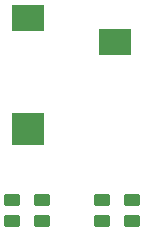
<source format=gbr>
%TF.GenerationSoftware,KiCad,Pcbnew,7.0.9*%
%TF.CreationDate,2023-12-20T10:12:01+01:00*%
%TF.ProjectId,DeHisser4IEM,44654869-7373-4657-9234-49454d2e6b69,rev?*%
%TF.SameCoordinates,PX77e7cd0PY40311b0*%
%TF.FileFunction,Paste,Top*%
%TF.FilePolarity,Positive*%
%FSLAX46Y46*%
G04 Gerber Fmt 4.6, Leading zero omitted, Abs format (unit mm)*
G04 Created by KiCad (PCBNEW 7.0.9) date 2023-12-20 10:12:01*
%MOMM*%
%LPD*%
G01*
G04 APERTURE LIST*
G04 Aperture macros list*
%AMRoundRect*
0 Rectangle with rounded corners*
0 $1 Rounding radius*
0 $2 $3 $4 $5 $6 $7 $8 $9 X,Y pos of 4 corners*
0 Add a 4 corners polygon primitive as box body*
4,1,4,$2,$3,$4,$5,$6,$7,$8,$9,$2,$3,0*
0 Add four circle primitives for the rounded corners*
1,1,$1+$1,$2,$3*
1,1,$1+$1,$4,$5*
1,1,$1+$1,$6,$7*
1,1,$1+$1,$8,$9*
0 Add four rect primitives between the rounded corners*
20,1,$1+$1,$2,$3,$4,$5,0*
20,1,$1+$1,$4,$5,$6,$7,0*
20,1,$1+$1,$6,$7,$8,$9,0*
20,1,$1+$1,$8,$9,$2,$3,0*%
G04 Aperture macros list end*
%ADD10RoundRect,0.250000X0.450000X-0.262500X0.450000X0.262500X-0.450000X0.262500X-0.450000X-0.262500X0*%
%ADD11R,2.800000X2.200000*%
%ADD12R,2.800000X2.800000*%
G04 APERTURE END LIST*
D10*
%TO.C,REF\u002A\u002A*%
X1270000Y13057500D03*
X1270000Y14882500D03*
%TD*%
%TO.C,REF\u002A\u002A*%
X8890000Y13057500D03*
X8890000Y14882500D03*
%TD*%
%TO.C,REF\u002A\u002A*%
X3810000Y13057500D03*
X3810000Y14882500D03*
%TD*%
%TO.C,REF\u002A\u002A*%
X11430000Y13057500D03*
X11430000Y14882500D03*
%TD*%
D11*
%TO.C,REF\u002A\u002A*%
X10050000Y28270000D03*
X2650000Y30270000D03*
D12*
X2650000Y20870000D03*
%TD*%
M02*

</source>
